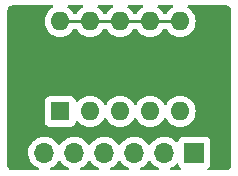
<source format=gbr>
%TF.GenerationSoftware,KiCad,Pcbnew,(6.0.9)*%
%TF.CreationDate,2023-08-06T15:37:21+02:00*%
%TF.ProjectId,dipswitch-plate,64697073-7769-4746-9368-2d706c617465,rev?*%
%TF.SameCoordinates,Original*%
%TF.FileFunction,Copper,L1,Top*%
%TF.FilePolarity,Positive*%
%FSLAX46Y46*%
G04 Gerber Fmt 4.6, Leading zero omitted, Abs format (unit mm)*
G04 Created by KiCad (PCBNEW (6.0.9)) date 2023-08-06 15:37:21*
%MOMM*%
%LPD*%
G01*
G04 APERTURE LIST*
%TA.AperFunction,ComponentPad*%
%ADD10O,1.600000X1.600000*%
%TD*%
%TA.AperFunction,ComponentPad*%
%ADD11R,1.600000X1.600000*%
%TD*%
%TA.AperFunction,ComponentPad*%
%ADD12O,1.700000X1.700000*%
%TD*%
%TA.AperFunction,ComponentPad*%
%ADD13R,1.700000X1.700000*%
%TD*%
%TA.AperFunction,Conductor*%
%ADD14C,0.250000*%
%TD*%
G04 APERTURE END LIST*
D10*
%TO.P,SW1,10*%
%TO.N,VCC*%
X24026000Y-19874350D03*
%TO.P,SW1,5*%
%TO.N,Net-(J1-Pad2)*%
X34186000Y-27494350D03*
%TO.P,SW1,9*%
%TO.N,VCC*%
X26566000Y-19874350D03*
%TO.P,SW1,4*%
%TO.N,Net-(J1-Pad3)*%
X31646000Y-27494350D03*
%TO.P,SW1,8*%
%TO.N,VCC*%
X29106000Y-19874350D03*
%TO.P,SW1,3*%
%TO.N,Net-(J1-Pad4)*%
X29106000Y-27494350D03*
%TO.P,SW1,7*%
%TO.N,VCC*%
X31646000Y-19874350D03*
%TO.P,SW1,2*%
%TO.N,Net-(J1-Pad5)*%
X26566000Y-27494350D03*
%TO.P,SW1,6*%
%TO.N,VCC*%
X34186000Y-19874350D03*
D11*
%TO.P,SW1,1*%
%TO.N,Net-(J1-Pad6)*%
X24026000Y-27494350D03*
%TD*%
D12*
%TO.P,J1,6*%
%TO.N,Net-(J1-Pad6)*%
X22676000Y-30994350D03*
%TO.P,J1,5*%
%TO.N,Net-(J1-Pad5)*%
X25216000Y-30994350D03*
%TO.P,J1,4*%
%TO.N,Net-(J1-Pad4)*%
X27756000Y-30994350D03*
%TO.P,J1,3*%
%TO.N,Net-(J1-Pad3)*%
X30296000Y-30994350D03*
%TO.P,J1,2*%
%TO.N,Net-(J1-Pad2)*%
X32836000Y-30994350D03*
D13*
%TO.P,J1,1*%
%TO.N,VCC*%
X35376000Y-30994350D03*
%TD*%
D14*
%TO.N,VCC*%
X26566000Y-19874350D02*
X24026000Y-19874350D01*
X29106000Y-19874350D02*
X26566000Y-19874350D01*
X31646000Y-19874350D02*
X29106000Y-19874350D01*
X34186000Y-19874350D02*
X31646000Y-19874350D01*
%TD*%
%TA.AperFunction,NonConductor*%
G36*
X25913352Y-18522852D02*
G01*
X25959845Y-18576508D01*
X25969949Y-18646782D01*
X25940455Y-18711362D01*
X25910089Y-18736436D01*
X25909251Y-18736827D01*
X25904744Y-18739983D01*
X25904742Y-18739984D01*
X25726211Y-18864993D01*
X25726208Y-18864995D01*
X25721700Y-18868152D01*
X25559802Y-19030050D01*
X25556645Y-19034558D01*
X25556643Y-19034561D01*
X25449819Y-19187121D01*
X25394362Y-19231449D01*
X25346606Y-19240850D01*
X25245394Y-19240850D01*
X25177273Y-19220848D01*
X25142181Y-19187121D01*
X25035357Y-19034561D01*
X25035355Y-19034558D01*
X25032198Y-19030050D01*
X24870300Y-18868152D01*
X24865792Y-18864995D01*
X24865789Y-18864993D01*
X24687258Y-18739984D01*
X24687256Y-18739983D01*
X24682749Y-18736827D01*
X24682621Y-18736767D01*
X24634774Y-18686584D01*
X24621340Y-18616870D01*
X24647728Y-18550959D01*
X24705561Y-18509779D01*
X24746769Y-18502850D01*
X25845231Y-18502850D01*
X25913352Y-18522852D01*
G37*
%TD.AperFunction*%
%TA.AperFunction,NonConductor*%
G36*
X28453352Y-18522852D02*
G01*
X28499845Y-18576508D01*
X28509949Y-18646782D01*
X28480455Y-18711362D01*
X28450089Y-18736436D01*
X28449251Y-18736827D01*
X28444744Y-18739983D01*
X28444742Y-18739984D01*
X28266211Y-18864993D01*
X28266208Y-18864995D01*
X28261700Y-18868152D01*
X28099802Y-19030050D01*
X28096645Y-19034558D01*
X28096643Y-19034561D01*
X27989819Y-19187121D01*
X27934362Y-19231449D01*
X27886606Y-19240850D01*
X27785394Y-19240850D01*
X27717273Y-19220848D01*
X27682181Y-19187121D01*
X27575357Y-19034561D01*
X27575355Y-19034558D01*
X27572198Y-19030050D01*
X27410300Y-18868152D01*
X27405792Y-18864995D01*
X27405789Y-18864993D01*
X27227258Y-18739984D01*
X27227256Y-18739983D01*
X27222749Y-18736827D01*
X27222621Y-18736767D01*
X27174774Y-18686584D01*
X27161340Y-18616870D01*
X27187728Y-18550959D01*
X27245561Y-18509779D01*
X27286769Y-18502850D01*
X28385231Y-18502850D01*
X28453352Y-18522852D01*
G37*
%TD.AperFunction*%
%TA.AperFunction,NonConductor*%
G36*
X30993352Y-18522852D02*
G01*
X31039845Y-18576508D01*
X31049949Y-18646782D01*
X31020455Y-18711362D01*
X30990089Y-18736436D01*
X30989251Y-18736827D01*
X30984744Y-18739983D01*
X30984742Y-18739984D01*
X30806211Y-18864993D01*
X30806208Y-18864995D01*
X30801700Y-18868152D01*
X30639802Y-19030050D01*
X30636645Y-19034558D01*
X30636643Y-19034561D01*
X30529819Y-19187121D01*
X30474362Y-19231449D01*
X30426606Y-19240850D01*
X30325394Y-19240850D01*
X30257273Y-19220848D01*
X30222181Y-19187121D01*
X30115357Y-19034561D01*
X30115355Y-19034558D01*
X30112198Y-19030050D01*
X29950300Y-18868152D01*
X29945792Y-18864995D01*
X29945789Y-18864993D01*
X29767258Y-18739984D01*
X29767256Y-18739983D01*
X29762749Y-18736827D01*
X29762621Y-18736767D01*
X29714774Y-18686584D01*
X29701340Y-18616870D01*
X29727728Y-18550959D01*
X29785561Y-18509779D01*
X29826769Y-18502850D01*
X30925231Y-18502850D01*
X30993352Y-18522852D01*
G37*
%TD.AperFunction*%
%TA.AperFunction,NonConductor*%
G36*
X33533352Y-18522852D02*
G01*
X33579845Y-18576508D01*
X33589949Y-18646782D01*
X33560455Y-18711362D01*
X33530089Y-18736436D01*
X33529251Y-18736827D01*
X33524744Y-18739983D01*
X33524742Y-18739984D01*
X33346211Y-18864993D01*
X33346208Y-18864995D01*
X33341700Y-18868152D01*
X33179802Y-19030050D01*
X33176645Y-19034558D01*
X33176643Y-19034561D01*
X33069819Y-19187121D01*
X33014362Y-19231449D01*
X32966606Y-19240850D01*
X32865394Y-19240850D01*
X32797273Y-19220848D01*
X32762181Y-19187121D01*
X32655357Y-19034561D01*
X32655355Y-19034558D01*
X32652198Y-19030050D01*
X32490300Y-18868152D01*
X32485792Y-18864995D01*
X32485789Y-18864993D01*
X32307258Y-18739984D01*
X32307256Y-18739983D01*
X32302749Y-18736827D01*
X32302621Y-18736767D01*
X32254774Y-18686584D01*
X32241340Y-18616870D01*
X32267728Y-18550959D01*
X32325561Y-18509779D01*
X32366769Y-18502850D01*
X33465231Y-18502850D01*
X33533352Y-18522852D01*
G37*
%TD.AperFunction*%
%TA.AperFunction,NonConductor*%
G36*
X33957268Y-31898942D02*
G01*
X34014030Y-31941588D01*
X34031012Y-31972691D01*
X34053201Y-32031879D01*
X34075385Y-32091055D01*
X34162739Y-32207611D01*
X34169919Y-32212992D01*
X34169920Y-32212993D01*
X34231339Y-32259024D01*
X34273854Y-32315883D01*
X34278880Y-32386702D01*
X34244820Y-32448995D01*
X34182489Y-32482985D01*
X34155774Y-32485850D01*
X33423160Y-32485850D01*
X33355039Y-32465848D01*
X33308546Y-32412192D01*
X33298442Y-32341918D01*
X33327936Y-32277338D01*
X33367728Y-32246699D01*
X33529346Y-32167523D01*
X33533994Y-32165246D01*
X33715860Y-32035523D01*
X33824091Y-31927669D01*
X33886462Y-31893754D01*
X33957268Y-31898942D01*
G37*
%TD.AperFunction*%
%TA.AperFunction,NonConductor*%
G36*
X31648026Y-31669494D02*
G01*
X31675875Y-31701344D01*
X31735987Y-31799438D01*
X31882250Y-31968288D01*
X32054126Y-32110982D01*
X32247000Y-32223688D01*
X32251825Y-32225530D01*
X32251826Y-32225531D01*
X32295321Y-32242140D01*
X32351824Y-32285128D01*
X32376117Y-32351839D01*
X32360487Y-32421093D01*
X32309896Y-32470904D01*
X32250372Y-32485850D01*
X30883160Y-32485850D01*
X30815039Y-32465848D01*
X30768546Y-32412192D01*
X30758442Y-32341918D01*
X30787936Y-32277338D01*
X30827728Y-32246699D01*
X30989346Y-32167523D01*
X30993994Y-32165246D01*
X31175860Y-32035523D01*
X31214400Y-31997118D01*
X31270124Y-31941588D01*
X31334096Y-31877839D01*
X31393594Y-31795039D01*
X31464453Y-31696427D01*
X31465776Y-31697378D01*
X31512645Y-31654207D01*
X31582580Y-31641975D01*
X31648026Y-31669494D01*
G37*
%TD.AperFunction*%
%TA.AperFunction,NonConductor*%
G36*
X29108026Y-31669494D02*
G01*
X29135875Y-31701344D01*
X29195987Y-31799438D01*
X29342250Y-31968288D01*
X29514126Y-32110982D01*
X29707000Y-32223688D01*
X29711825Y-32225530D01*
X29711826Y-32225531D01*
X29755321Y-32242140D01*
X29811824Y-32285128D01*
X29836117Y-32351839D01*
X29820487Y-32421093D01*
X29769896Y-32470904D01*
X29710372Y-32485850D01*
X28343160Y-32485850D01*
X28275039Y-32465848D01*
X28228546Y-32412192D01*
X28218442Y-32341918D01*
X28247936Y-32277338D01*
X28287728Y-32246699D01*
X28449346Y-32167523D01*
X28453994Y-32165246D01*
X28635860Y-32035523D01*
X28674400Y-31997118D01*
X28730124Y-31941588D01*
X28794096Y-31877839D01*
X28853594Y-31795039D01*
X28924453Y-31696427D01*
X28925776Y-31697378D01*
X28972645Y-31654207D01*
X29042580Y-31641975D01*
X29108026Y-31669494D01*
G37*
%TD.AperFunction*%
%TA.AperFunction,NonConductor*%
G36*
X26568026Y-31669494D02*
G01*
X26595875Y-31701344D01*
X26655987Y-31799438D01*
X26802250Y-31968288D01*
X26974126Y-32110982D01*
X27167000Y-32223688D01*
X27171825Y-32225530D01*
X27171826Y-32225531D01*
X27215321Y-32242140D01*
X27271824Y-32285128D01*
X27296117Y-32351839D01*
X27280487Y-32421093D01*
X27229896Y-32470904D01*
X27170372Y-32485850D01*
X25803160Y-32485850D01*
X25735039Y-32465848D01*
X25688546Y-32412192D01*
X25678442Y-32341918D01*
X25707936Y-32277338D01*
X25747728Y-32246699D01*
X25909346Y-32167523D01*
X25913994Y-32165246D01*
X26095860Y-32035523D01*
X26134400Y-31997118D01*
X26190124Y-31941588D01*
X26254096Y-31877839D01*
X26313594Y-31795039D01*
X26384453Y-31696427D01*
X26385776Y-31697378D01*
X26432645Y-31654207D01*
X26502580Y-31641975D01*
X26568026Y-31669494D01*
G37*
%TD.AperFunction*%
%TA.AperFunction,NonConductor*%
G36*
X24028026Y-31669494D02*
G01*
X24055875Y-31701344D01*
X24115987Y-31799438D01*
X24262250Y-31968288D01*
X24434126Y-32110982D01*
X24627000Y-32223688D01*
X24631825Y-32225530D01*
X24631826Y-32225531D01*
X24675321Y-32242140D01*
X24731824Y-32285128D01*
X24756117Y-32351839D01*
X24740487Y-32421093D01*
X24689896Y-32470904D01*
X24630372Y-32485850D01*
X23263160Y-32485850D01*
X23195039Y-32465848D01*
X23148546Y-32412192D01*
X23138442Y-32341918D01*
X23167936Y-32277338D01*
X23207728Y-32246699D01*
X23369346Y-32167523D01*
X23373994Y-32165246D01*
X23555860Y-32035523D01*
X23594400Y-31997118D01*
X23650124Y-31941588D01*
X23714096Y-31877839D01*
X23773594Y-31795039D01*
X23844453Y-31696427D01*
X23845776Y-31697378D01*
X23892645Y-31654207D01*
X23962580Y-31641975D01*
X24028026Y-31669494D01*
G37*
%TD.AperFunction*%
%TA.AperFunction,NonConductor*%
G36*
X23373352Y-18522852D02*
G01*
X23419845Y-18576508D01*
X23429949Y-18646782D01*
X23400455Y-18711362D01*
X23370089Y-18736436D01*
X23369251Y-18736827D01*
X23364744Y-18739983D01*
X23364742Y-18739984D01*
X23186211Y-18864993D01*
X23186208Y-18864995D01*
X23181700Y-18868152D01*
X23019802Y-19030050D01*
X23016645Y-19034558D01*
X23016643Y-19034561D01*
X23007513Y-19047600D01*
X22888477Y-19217601D01*
X22886154Y-19222583D01*
X22886151Y-19222588D01*
X22794039Y-19420125D01*
X22791716Y-19425107D01*
X22732457Y-19646263D01*
X22712502Y-19874350D01*
X22732457Y-20102437D01*
X22791716Y-20323593D01*
X22794039Y-20328574D01*
X22794039Y-20328575D01*
X22886151Y-20526112D01*
X22886154Y-20526117D01*
X22888477Y-20531099D01*
X23019802Y-20718650D01*
X23181700Y-20880548D01*
X23186208Y-20883705D01*
X23186211Y-20883707D01*
X23264389Y-20938448D01*
X23369251Y-21011873D01*
X23374233Y-21014196D01*
X23374238Y-21014199D01*
X23571775Y-21106311D01*
X23576757Y-21108634D01*
X23582065Y-21110056D01*
X23582067Y-21110057D01*
X23792598Y-21166469D01*
X23792600Y-21166469D01*
X23797913Y-21167893D01*
X24026000Y-21187848D01*
X24254087Y-21167893D01*
X24259400Y-21166469D01*
X24259402Y-21166469D01*
X24469933Y-21110057D01*
X24469935Y-21110056D01*
X24475243Y-21108634D01*
X24480225Y-21106311D01*
X24677762Y-21014199D01*
X24677767Y-21014196D01*
X24682749Y-21011873D01*
X24787611Y-20938448D01*
X24865789Y-20883707D01*
X24865792Y-20883705D01*
X24870300Y-20880548D01*
X25032198Y-20718650D01*
X25142181Y-20561579D01*
X25197638Y-20517251D01*
X25245394Y-20507850D01*
X25346606Y-20507850D01*
X25414727Y-20527852D01*
X25449819Y-20561579D01*
X25559802Y-20718650D01*
X25721700Y-20880548D01*
X25726208Y-20883705D01*
X25726211Y-20883707D01*
X25804389Y-20938448D01*
X25909251Y-21011873D01*
X25914233Y-21014196D01*
X25914238Y-21014199D01*
X26111775Y-21106311D01*
X26116757Y-21108634D01*
X26122065Y-21110056D01*
X26122067Y-21110057D01*
X26332598Y-21166469D01*
X26332600Y-21166469D01*
X26337913Y-21167893D01*
X26566000Y-21187848D01*
X26794087Y-21167893D01*
X26799400Y-21166469D01*
X26799402Y-21166469D01*
X27009933Y-21110057D01*
X27009935Y-21110056D01*
X27015243Y-21108634D01*
X27020225Y-21106311D01*
X27217762Y-21014199D01*
X27217767Y-21014196D01*
X27222749Y-21011873D01*
X27327611Y-20938448D01*
X27405789Y-20883707D01*
X27405792Y-20883705D01*
X27410300Y-20880548D01*
X27572198Y-20718650D01*
X27682181Y-20561579D01*
X27737638Y-20517251D01*
X27785394Y-20507850D01*
X27886606Y-20507850D01*
X27954727Y-20527852D01*
X27989819Y-20561579D01*
X28099802Y-20718650D01*
X28261700Y-20880548D01*
X28266208Y-20883705D01*
X28266211Y-20883707D01*
X28344389Y-20938448D01*
X28449251Y-21011873D01*
X28454233Y-21014196D01*
X28454238Y-21014199D01*
X28651775Y-21106311D01*
X28656757Y-21108634D01*
X28662065Y-21110056D01*
X28662067Y-21110057D01*
X28872598Y-21166469D01*
X28872600Y-21166469D01*
X28877913Y-21167893D01*
X29106000Y-21187848D01*
X29334087Y-21167893D01*
X29339400Y-21166469D01*
X29339402Y-21166469D01*
X29549933Y-21110057D01*
X29549935Y-21110056D01*
X29555243Y-21108634D01*
X29560225Y-21106311D01*
X29757762Y-21014199D01*
X29757767Y-21014196D01*
X29762749Y-21011873D01*
X29867611Y-20938448D01*
X29945789Y-20883707D01*
X29945792Y-20883705D01*
X29950300Y-20880548D01*
X30112198Y-20718650D01*
X30222181Y-20561579D01*
X30277638Y-20517251D01*
X30325394Y-20507850D01*
X30426606Y-20507850D01*
X30494727Y-20527852D01*
X30529819Y-20561579D01*
X30639802Y-20718650D01*
X30801700Y-20880548D01*
X30806208Y-20883705D01*
X30806211Y-20883707D01*
X30884389Y-20938448D01*
X30989251Y-21011873D01*
X30994233Y-21014196D01*
X30994238Y-21014199D01*
X31191775Y-21106311D01*
X31196757Y-21108634D01*
X31202065Y-21110056D01*
X31202067Y-21110057D01*
X31412598Y-21166469D01*
X31412600Y-21166469D01*
X31417913Y-21167893D01*
X31646000Y-21187848D01*
X31874087Y-21167893D01*
X31879400Y-21166469D01*
X31879402Y-21166469D01*
X32089933Y-21110057D01*
X32089935Y-21110056D01*
X32095243Y-21108634D01*
X32100225Y-21106311D01*
X32297762Y-21014199D01*
X32297767Y-21014196D01*
X32302749Y-21011873D01*
X32407611Y-20938448D01*
X32485789Y-20883707D01*
X32485792Y-20883705D01*
X32490300Y-20880548D01*
X32652198Y-20718650D01*
X32762181Y-20561579D01*
X32817638Y-20517251D01*
X32865394Y-20507850D01*
X32966606Y-20507850D01*
X33034727Y-20527852D01*
X33069819Y-20561579D01*
X33179802Y-20718650D01*
X33341700Y-20880548D01*
X33346208Y-20883705D01*
X33346211Y-20883707D01*
X33424389Y-20938448D01*
X33529251Y-21011873D01*
X33534233Y-21014196D01*
X33534238Y-21014199D01*
X33731775Y-21106311D01*
X33736757Y-21108634D01*
X33742065Y-21110056D01*
X33742067Y-21110057D01*
X33952598Y-21166469D01*
X33952600Y-21166469D01*
X33957913Y-21167893D01*
X34186000Y-21187848D01*
X34414087Y-21167893D01*
X34419400Y-21166469D01*
X34419402Y-21166469D01*
X34629933Y-21110057D01*
X34629935Y-21110056D01*
X34635243Y-21108634D01*
X34640225Y-21106311D01*
X34837762Y-21014199D01*
X34837767Y-21014196D01*
X34842749Y-21011873D01*
X34947611Y-20938448D01*
X35025789Y-20883707D01*
X35025792Y-20883705D01*
X35030300Y-20880548D01*
X35192198Y-20718650D01*
X35323523Y-20531099D01*
X35325846Y-20526117D01*
X35325849Y-20526112D01*
X35417961Y-20328575D01*
X35417961Y-20328574D01*
X35420284Y-20323593D01*
X35479543Y-20102437D01*
X35499498Y-19874350D01*
X35479543Y-19646263D01*
X35420284Y-19425107D01*
X35417961Y-19420125D01*
X35325849Y-19222588D01*
X35325846Y-19222583D01*
X35323523Y-19217601D01*
X35204487Y-19047600D01*
X35195357Y-19034561D01*
X35195355Y-19034558D01*
X35192198Y-19030050D01*
X35030300Y-18868152D01*
X35025792Y-18864995D01*
X35025789Y-18864993D01*
X34847258Y-18739984D01*
X34847256Y-18739983D01*
X34842749Y-18736827D01*
X34842621Y-18736767D01*
X34794774Y-18686584D01*
X34781340Y-18616870D01*
X34807728Y-18550959D01*
X34865561Y-18509779D01*
X34906769Y-18502850D01*
X37976633Y-18502850D01*
X37996018Y-18504350D01*
X38010852Y-18506660D01*
X38010855Y-18506660D01*
X38019724Y-18508041D01*
X38028626Y-18506877D01*
X38028750Y-18506861D01*
X38059192Y-18506590D01*
X38121253Y-18513582D01*
X38148760Y-18519861D01*
X38225844Y-18546835D01*
X38251256Y-18559074D01*
X38320399Y-18602520D01*
X38342459Y-18620113D01*
X38400202Y-18677859D01*
X38417793Y-18699919D01*
X38461236Y-18769062D01*
X38473478Y-18794485D01*
X38500445Y-18871564D01*
X38506721Y-18899065D01*
X38513014Y-18954945D01*
X38513796Y-18970580D01*
X38513691Y-18979176D01*
X38512309Y-18988048D01*
X38513473Y-18996952D01*
X38516437Y-19019628D01*
X38517500Y-19035959D01*
X38517500Y-31945001D01*
X38516001Y-31964379D01*
X38512309Y-31988100D01*
X38513473Y-31996998D01*
X38513489Y-31997118D01*
X38513762Y-32027564D01*
X38507559Y-32082647D01*
X38506771Y-32089639D01*
X38500494Y-32117146D01*
X38473522Y-32194238D01*
X38461280Y-32219661D01*
X38417832Y-32288812D01*
X38400242Y-32310871D01*
X38383396Y-32327718D01*
X38342490Y-32368626D01*
X38320436Y-32386215D01*
X38266023Y-32420406D01*
X38251280Y-32429670D01*
X38225859Y-32441912D01*
X38148774Y-32468886D01*
X38121267Y-32475165D01*
X38065961Y-32481397D01*
X38050134Y-32481064D01*
X38050121Y-32482150D01*
X38041148Y-32482040D01*
X38032276Y-32480659D01*
X38023374Y-32481823D01*
X38023372Y-32481823D01*
X38008323Y-32483791D01*
X38000714Y-32484786D01*
X37984379Y-32485850D01*
X36596226Y-32485850D01*
X36528105Y-32465848D01*
X36481612Y-32412192D01*
X36471508Y-32341918D01*
X36501002Y-32277338D01*
X36520661Y-32259024D01*
X36582080Y-32212993D01*
X36582081Y-32212992D01*
X36589261Y-32207611D01*
X36676615Y-32091055D01*
X36727745Y-31954666D01*
X36734500Y-31892484D01*
X36734500Y-30096216D01*
X36727745Y-30034034D01*
X36676615Y-29897645D01*
X36589261Y-29781089D01*
X36472705Y-29693735D01*
X36336316Y-29642605D01*
X36274134Y-29635850D01*
X34477866Y-29635850D01*
X34415684Y-29642605D01*
X34279295Y-29693735D01*
X34162739Y-29781089D01*
X34075385Y-29897645D01*
X34072233Y-29906053D01*
X34030919Y-30016257D01*
X33988277Y-30073021D01*
X33921716Y-30097721D01*
X33852367Y-30082513D01*
X33819743Y-30056826D01*
X33769151Y-30001225D01*
X33769142Y-30001216D01*
X33765670Y-29997401D01*
X33761619Y-29994202D01*
X33761615Y-29994198D01*
X33594414Y-29862150D01*
X33594410Y-29862148D01*
X33590359Y-29858948D01*
X33394789Y-29750988D01*
X33389920Y-29749264D01*
X33389916Y-29749262D01*
X33189087Y-29678145D01*
X33189083Y-29678144D01*
X33184212Y-29676419D01*
X33179119Y-29675512D01*
X33179116Y-29675511D01*
X32969373Y-29638150D01*
X32969367Y-29638149D01*
X32964284Y-29637244D01*
X32890452Y-29636342D01*
X32746081Y-29634578D01*
X32746079Y-29634578D01*
X32740911Y-29634515D01*
X32520091Y-29668305D01*
X32307756Y-29737707D01*
X32109607Y-29840857D01*
X32105474Y-29843960D01*
X32105471Y-29843962D01*
X31935100Y-29971880D01*
X31930965Y-29974985D01*
X31891525Y-30016257D01*
X31837280Y-30073021D01*
X31776629Y-30136488D01*
X31669201Y-30293971D01*
X31614293Y-30338971D01*
X31543768Y-30347142D01*
X31480021Y-30315888D01*
X31459324Y-30291404D01*
X31378822Y-30166967D01*
X31378820Y-30166964D01*
X31376014Y-30162627D01*
X31225670Y-29997401D01*
X31221619Y-29994202D01*
X31221615Y-29994198D01*
X31054414Y-29862150D01*
X31054410Y-29862148D01*
X31050359Y-29858948D01*
X30854789Y-29750988D01*
X30849920Y-29749264D01*
X30849916Y-29749262D01*
X30649087Y-29678145D01*
X30649083Y-29678144D01*
X30644212Y-29676419D01*
X30639119Y-29675512D01*
X30639116Y-29675511D01*
X30429373Y-29638150D01*
X30429367Y-29638149D01*
X30424284Y-29637244D01*
X30350452Y-29636342D01*
X30206081Y-29634578D01*
X30206079Y-29634578D01*
X30200911Y-29634515D01*
X29980091Y-29668305D01*
X29767756Y-29737707D01*
X29569607Y-29840857D01*
X29565474Y-29843960D01*
X29565471Y-29843962D01*
X29395100Y-29971880D01*
X29390965Y-29974985D01*
X29351525Y-30016257D01*
X29297280Y-30073021D01*
X29236629Y-30136488D01*
X29129201Y-30293971D01*
X29074293Y-30338971D01*
X29003768Y-30347142D01*
X28940021Y-30315888D01*
X28919324Y-30291404D01*
X28838822Y-30166967D01*
X28838820Y-30166964D01*
X28836014Y-30162627D01*
X28685670Y-29997401D01*
X28681619Y-29994202D01*
X28681615Y-29994198D01*
X28514414Y-29862150D01*
X28514410Y-29862148D01*
X28510359Y-29858948D01*
X28314789Y-29750988D01*
X28309920Y-29749264D01*
X28309916Y-29749262D01*
X28109087Y-29678145D01*
X28109083Y-29678144D01*
X28104212Y-29676419D01*
X28099119Y-29675512D01*
X28099116Y-29675511D01*
X27889373Y-29638150D01*
X27889367Y-29638149D01*
X27884284Y-29637244D01*
X27810452Y-29636342D01*
X27666081Y-29634578D01*
X27666079Y-29634578D01*
X27660911Y-29634515D01*
X27440091Y-29668305D01*
X27227756Y-29737707D01*
X27029607Y-29840857D01*
X27025474Y-29843960D01*
X27025471Y-29843962D01*
X26855100Y-29971880D01*
X26850965Y-29974985D01*
X26811525Y-30016257D01*
X26757280Y-30073021D01*
X26696629Y-30136488D01*
X26589201Y-30293971D01*
X26534293Y-30338971D01*
X26463768Y-30347142D01*
X26400021Y-30315888D01*
X26379324Y-30291404D01*
X26298822Y-30166967D01*
X26298820Y-30166964D01*
X26296014Y-30162627D01*
X26145670Y-29997401D01*
X26141619Y-29994202D01*
X26141615Y-29994198D01*
X25974414Y-29862150D01*
X25974410Y-29862148D01*
X25970359Y-29858948D01*
X25774789Y-29750988D01*
X25769920Y-29749264D01*
X25769916Y-29749262D01*
X25569087Y-29678145D01*
X25569083Y-29678144D01*
X25564212Y-29676419D01*
X25559119Y-29675512D01*
X25559116Y-29675511D01*
X25349373Y-29638150D01*
X25349367Y-29638149D01*
X25344284Y-29637244D01*
X25270452Y-29636342D01*
X25126081Y-29634578D01*
X25126079Y-29634578D01*
X25120911Y-29634515D01*
X24900091Y-29668305D01*
X24687756Y-29737707D01*
X24489607Y-29840857D01*
X24485474Y-29843960D01*
X24485471Y-29843962D01*
X24315100Y-29971880D01*
X24310965Y-29974985D01*
X24271525Y-30016257D01*
X24217280Y-30073021D01*
X24156629Y-30136488D01*
X24049201Y-30293971D01*
X23994293Y-30338971D01*
X23923768Y-30347142D01*
X23860021Y-30315888D01*
X23839324Y-30291404D01*
X23758822Y-30166967D01*
X23758820Y-30166964D01*
X23756014Y-30162627D01*
X23605670Y-29997401D01*
X23601619Y-29994202D01*
X23601615Y-29994198D01*
X23434414Y-29862150D01*
X23434410Y-29862148D01*
X23430359Y-29858948D01*
X23234789Y-29750988D01*
X23229920Y-29749264D01*
X23229916Y-29749262D01*
X23029087Y-29678145D01*
X23029083Y-29678144D01*
X23024212Y-29676419D01*
X23019119Y-29675512D01*
X23019116Y-29675511D01*
X22809373Y-29638150D01*
X22809367Y-29638149D01*
X22804284Y-29637244D01*
X22730452Y-29636342D01*
X22586081Y-29634578D01*
X22586079Y-29634578D01*
X22580911Y-29634515D01*
X22360091Y-29668305D01*
X22147756Y-29737707D01*
X21949607Y-29840857D01*
X21945474Y-29843960D01*
X21945471Y-29843962D01*
X21775100Y-29971880D01*
X21770965Y-29974985D01*
X21731525Y-30016257D01*
X21677280Y-30073021D01*
X21616629Y-30136488D01*
X21490743Y-30321030D01*
X21396688Y-30523655D01*
X21336989Y-30738920D01*
X21313251Y-30961045D01*
X21326110Y-31184065D01*
X21327247Y-31189111D01*
X21327248Y-31189117D01*
X21351304Y-31295858D01*
X21375222Y-31401989D01*
X21459266Y-31608966D01*
X21496685Y-31670028D01*
X21573291Y-31795038D01*
X21575987Y-31799438D01*
X21722250Y-31968288D01*
X21894126Y-32110982D01*
X22087000Y-32223688D01*
X22091825Y-32225530D01*
X22091826Y-32225531D01*
X22135321Y-32242140D01*
X22191824Y-32285128D01*
X22216117Y-32351839D01*
X22200487Y-32421093D01*
X22149896Y-32470904D01*
X22090372Y-32485850D01*
X20075367Y-32485850D01*
X20055982Y-32484350D01*
X20041148Y-32482040D01*
X20041145Y-32482040D01*
X20032276Y-32480659D01*
X20023374Y-32481823D01*
X20023250Y-32481839D01*
X19992808Y-32482110D01*
X19930747Y-32475118D01*
X19903239Y-32468839D01*
X19846531Y-32448995D01*
X19826156Y-32441865D01*
X19800744Y-32429626D01*
X19731600Y-32386179D01*
X19709541Y-32368587D01*
X19651798Y-32310841D01*
X19634207Y-32288781D01*
X19591671Y-32221081D01*
X19590763Y-32219635D01*
X19578522Y-32194215D01*
X19569184Y-32167523D01*
X19551555Y-32117136D01*
X19545279Y-32089635D01*
X19538986Y-32033755D01*
X19538204Y-32018120D01*
X19538309Y-32009524D01*
X19539691Y-32000652D01*
X19535563Y-31969072D01*
X19534500Y-31952741D01*
X19534500Y-28342484D01*
X22717500Y-28342484D01*
X22724255Y-28404666D01*
X22775385Y-28541055D01*
X22862739Y-28657611D01*
X22979295Y-28744965D01*
X23115684Y-28796095D01*
X23177866Y-28802850D01*
X24874134Y-28802850D01*
X24936316Y-28796095D01*
X25072705Y-28744965D01*
X25189261Y-28657611D01*
X25276615Y-28541055D01*
X25327745Y-28404666D01*
X25328917Y-28393876D01*
X25329803Y-28391744D01*
X25330425Y-28389128D01*
X25330848Y-28389229D01*
X25356155Y-28328315D01*
X25414517Y-28287887D01*
X25485471Y-28285428D01*
X25546490Y-28321721D01*
X25553489Y-28330381D01*
X25556643Y-28334139D01*
X25559802Y-28338650D01*
X25721700Y-28500548D01*
X25726208Y-28503705D01*
X25726211Y-28503707D01*
X25767542Y-28532647D01*
X25909251Y-28631873D01*
X25914233Y-28634196D01*
X25914238Y-28634199D01*
X26111775Y-28726311D01*
X26116757Y-28728634D01*
X26122065Y-28730056D01*
X26122067Y-28730057D01*
X26332598Y-28786469D01*
X26332600Y-28786469D01*
X26337913Y-28787893D01*
X26566000Y-28807848D01*
X26794087Y-28787893D01*
X26799400Y-28786469D01*
X26799402Y-28786469D01*
X27009933Y-28730057D01*
X27009935Y-28730056D01*
X27015243Y-28728634D01*
X27020225Y-28726311D01*
X27217762Y-28634199D01*
X27217767Y-28634196D01*
X27222749Y-28631873D01*
X27364458Y-28532647D01*
X27405789Y-28503707D01*
X27405792Y-28503705D01*
X27410300Y-28500548D01*
X27572198Y-28338650D01*
X27703523Y-28151099D01*
X27705846Y-28146117D01*
X27705849Y-28146112D01*
X27721805Y-28111893D01*
X27768722Y-28058608D01*
X27836999Y-28039147D01*
X27904959Y-28059689D01*
X27950195Y-28111893D01*
X27966151Y-28146112D01*
X27966154Y-28146117D01*
X27968477Y-28151099D01*
X28099802Y-28338650D01*
X28261700Y-28500548D01*
X28266208Y-28503705D01*
X28266211Y-28503707D01*
X28307542Y-28532647D01*
X28449251Y-28631873D01*
X28454233Y-28634196D01*
X28454238Y-28634199D01*
X28651775Y-28726311D01*
X28656757Y-28728634D01*
X28662065Y-28730056D01*
X28662067Y-28730057D01*
X28872598Y-28786469D01*
X28872600Y-28786469D01*
X28877913Y-28787893D01*
X29106000Y-28807848D01*
X29334087Y-28787893D01*
X29339400Y-28786469D01*
X29339402Y-28786469D01*
X29549933Y-28730057D01*
X29549935Y-28730056D01*
X29555243Y-28728634D01*
X29560225Y-28726311D01*
X29757762Y-28634199D01*
X29757767Y-28634196D01*
X29762749Y-28631873D01*
X29904458Y-28532647D01*
X29945789Y-28503707D01*
X29945792Y-28503705D01*
X29950300Y-28500548D01*
X30112198Y-28338650D01*
X30243523Y-28151099D01*
X30245846Y-28146117D01*
X30245849Y-28146112D01*
X30261805Y-28111893D01*
X30308722Y-28058608D01*
X30376999Y-28039147D01*
X30444959Y-28059689D01*
X30490195Y-28111893D01*
X30506151Y-28146112D01*
X30506154Y-28146117D01*
X30508477Y-28151099D01*
X30639802Y-28338650D01*
X30801700Y-28500548D01*
X30806208Y-28503705D01*
X30806211Y-28503707D01*
X30847542Y-28532647D01*
X30989251Y-28631873D01*
X30994233Y-28634196D01*
X30994238Y-28634199D01*
X31191775Y-28726311D01*
X31196757Y-28728634D01*
X31202065Y-28730056D01*
X31202067Y-28730057D01*
X31412598Y-28786469D01*
X31412600Y-28786469D01*
X31417913Y-28787893D01*
X31646000Y-28807848D01*
X31874087Y-28787893D01*
X31879400Y-28786469D01*
X31879402Y-28786469D01*
X32089933Y-28730057D01*
X32089935Y-28730056D01*
X32095243Y-28728634D01*
X32100225Y-28726311D01*
X32297762Y-28634199D01*
X32297767Y-28634196D01*
X32302749Y-28631873D01*
X32444458Y-28532647D01*
X32485789Y-28503707D01*
X32485792Y-28503705D01*
X32490300Y-28500548D01*
X32652198Y-28338650D01*
X32783523Y-28151099D01*
X32785846Y-28146117D01*
X32785849Y-28146112D01*
X32801805Y-28111893D01*
X32848722Y-28058608D01*
X32916999Y-28039147D01*
X32984959Y-28059689D01*
X33030195Y-28111893D01*
X33046151Y-28146112D01*
X33046154Y-28146117D01*
X33048477Y-28151099D01*
X33179802Y-28338650D01*
X33341700Y-28500548D01*
X33346208Y-28503705D01*
X33346211Y-28503707D01*
X33387542Y-28532647D01*
X33529251Y-28631873D01*
X33534233Y-28634196D01*
X33534238Y-28634199D01*
X33731775Y-28726311D01*
X33736757Y-28728634D01*
X33742065Y-28730056D01*
X33742067Y-28730057D01*
X33952598Y-28786469D01*
X33952600Y-28786469D01*
X33957913Y-28787893D01*
X34186000Y-28807848D01*
X34414087Y-28787893D01*
X34419400Y-28786469D01*
X34419402Y-28786469D01*
X34629933Y-28730057D01*
X34629935Y-28730056D01*
X34635243Y-28728634D01*
X34640225Y-28726311D01*
X34837762Y-28634199D01*
X34837767Y-28634196D01*
X34842749Y-28631873D01*
X34984458Y-28532647D01*
X35025789Y-28503707D01*
X35025792Y-28503705D01*
X35030300Y-28500548D01*
X35192198Y-28338650D01*
X35323523Y-28151099D01*
X35325846Y-28146117D01*
X35325849Y-28146112D01*
X35417961Y-27948575D01*
X35417961Y-27948574D01*
X35420284Y-27943593D01*
X35479543Y-27722437D01*
X35499498Y-27494350D01*
X35479543Y-27266263D01*
X35420284Y-27045107D01*
X35341805Y-26876807D01*
X35325849Y-26842588D01*
X35325846Y-26842583D01*
X35323523Y-26837601D01*
X35192198Y-26650050D01*
X35030300Y-26488152D01*
X35025792Y-26484995D01*
X35025789Y-26484993D01*
X34947611Y-26430252D01*
X34842749Y-26356827D01*
X34837767Y-26354504D01*
X34837762Y-26354501D01*
X34640225Y-26262389D01*
X34640224Y-26262389D01*
X34635243Y-26260066D01*
X34629935Y-26258644D01*
X34629933Y-26258643D01*
X34419402Y-26202231D01*
X34419400Y-26202231D01*
X34414087Y-26200807D01*
X34186000Y-26180852D01*
X33957913Y-26200807D01*
X33952600Y-26202231D01*
X33952598Y-26202231D01*
X33742067Y-26258643D01*
X33742065Y-26258644D01*
X33736757Y-26260066D01*
X33731776Y-26262389D01*
X33731775Y-26262389D01*
X33534238Y-26354501D01*
X33534233Y-26354504D01*
X33529251Y-26356827D01*
X33424389Y-26430252D01*
X33346211Y-26484993D01*
X33346208Y-26484995D01*
X33341700Y-26488152D01*
X33179802Y-26650050D01*
X33048477Y-26837601D01*
X33046154Y-26842583D01*
X33046151Y-26842588D01*
X33030195Y-26876807D01*
X32983278Y-26930092D01*
X32915001Y-26949553D01*
X32847041Y-26929011D01*
X32801805Y-26876807D01*
X32785849Y-26842588D01*
X32785846Y-26842583D01*
X32783523Y-26837601D01*
X32652198Y-26650050D01*
X32490300Y-26488152D01*
X32485792Y-26484995D01*
X32485789Y-26484993D01*
X32407611Y-26430252D01*
X32302749Y-26356827D01*
X32297767Y-26354504D01*
X32297762Y-26354501D01*
X32100225Y-26262389D01*
X32100224Y-26262389D01*
X32095243Y-26260066D01*
X32089935Y-26258644D01*
X32089933Y-26258643D01*
X31879402Y-26202231D01*
X31879400Y-26202231D01*
X31874087Y-26200807D01*
X31646000Y-26180852D01*
X31417913Y-26200807D01*
X31412600Y-26202231D01*
X31412598Y-26202231D01*
X31202067Y-26258643D01*
X31202065Y-26258644D01*
X31196757Y-26260066D01*
X31191776Y-26262389D01*
X31191775Y-26262389D01*
X30994238Y-26354501D01*
X30994233Y-26354504D01*
X30989251Y-26356827D01*
X30884389Y-26430252D01*
X30806211Y-26484993D01*
X30806208Y-26484995D01*
X30801700Y-26488152D01*
X30639802Y-26650050D01*
X30508477Y-26837601D01*
X30506154Y-26842583D01*
X30506151Y-26842588D01*
X30490195Y-26876807D01*
X30443278Y-26930092D01*
X30375001Y-26949553D01*
X30307041Y-26929011D01*
X30261805Y-26876807D01*
X30245849Y-26842588D01*
X30245846Y-26842583D01*
X30243523Y-26837601D01*
X30112198Y-26650050D01*
X29950300Y-26488152D01*
X29945792Y-26484995D01*
X29945789Y-26484993D01*
X29867611Y-26430252D01*
X29762749Y-26356827D01*
X29757767Y-26354504D01*
X29757762Y-26354501D01*
X29560225Y-26262389D01*
X29560224Y-26262389D01*
X29555243Y-26260066D01*
X29549935Y-26258644D01*
X29549933Y-26258643D01*
X29339402Y-26202231D01*
X29339400Y-26202231D01*
X29334087Y-26200807D01*
X29106000Y-26180852D01*
X28877913Y-26200807D01*
X28872600Y-26202231D01*
X28872598Y-26202231D01*
X28662067Y-26258643D01*
X28662065Y-26258644D01*
X28656757Y-26260066D01*
X28651776Y-26262389D01*
X28651775Y-26262389D01*
X28454238Y-26354501D01*
X28454233Y-26354504D01*
X28449251Y-26356827D01*
X28344389Y-26430252D01*
X28266211Y-26484993D01*
X28266208Y-26484995D01*
X28261700Y-26488152D01*
X28099802Y-26650050D01*
X27968477Y-26837601D01*
X27966154Y-26842583D01*
X27966151Y-26842588D01*
X27950195Y-26876807D01*
X27903278Y-26930092D01*
X27835001Y-26949553D01*
X27767041Y-26929011D01*
X27721805Y-26876807D01*
X27705849Y-26842588D01*
X27705846Y-26842583D01*
X27703523Y-26837601D01*
X27572198Y-26650050D01*
X27410300Y-26488152D01*
X27405792Y-26484995D01*
X27405789Y-26484993D01*
X27327611Y-26430252D01*
X27222749Y-26356827D01*
X27217767Y-26354504D01*
X27217762Y-26354501D01*
X27020225Y-26262389D01*
X27020224Y-26262389D01*
X27015243Y-26260066D01*
X27009935Y-26258644D01*
X27009933Y-26258643D01*
X26799402Y-26202231D01*
X26799400Y-26202231D01*
X26794087Y-26200807D01*
X26566000Y-26180852D01*
X26337913Y-26200807D01*
X26332600Y-26202231D01*
X26332598Y-26202231D01*
X26122067Y-26258643D01*
X26122065Y-26258644D01*
X26116757Y-26260066D01*
X26111776Y-26262389D01*
X26111775Y-26262389D01*
X25914238Y-26354501D01*
X25914233Y-26354504D01*
X25909251Y-26356827D01*
X25804389Y-26430252D01*
X25726211Y-26484993D01*
X25726208Y-26484995D01*
X25721700Y-26488152D01*
X25559802Y-26650050D01*
X25556643Y-26654561D01*
X25553108Y-26658774D01*
X25551974Y-26657823D01*
X25501929Y-26697821D01*
X25431310Y-26705126D01*
X25367951Y-26673092D01*
X25331970Y-26611888D01*
X25328918Y-26594833D01*
X25327745Y-26584034D01*
X25276615Y-26447645D01*
X25189261Y-26331089D01*
X25072705Y-26243735D01*
X24936316Y-26192605D01*
X24874134Y-26185850D01*
X23177866Y-26185850D01*
X23115684Y-26192605D01*
X22979295Y-26243735D01*
X22862739Y-26331089D01*
X22775385Y-26447645D01*
X22724255Y-26584034D01*
X22717500Y-26646216D01*
X22717500Y-28342484D01*
X19534500Y-28342484D01*
X19534500Y-19047600D01*
X19536246Y-19026695D01*
X19538770Y-19011694D01*
X19538770Y-19011691D01*
X19539576Y-19006902D01*
X19539729Y-18994350D01*
X19539040Y-18989538D01*
X19538723Y-18984677D01*
X19539008Y-18984658D01*
X19538607Y-18957899D01*
X19545234Y-18899086D01*
X19551513Y-18871579D01*
X19578485Y-18794497D01*
X19590727Y-18769076D01*
X19634178Y-18699924D01*
X19651770Y-18677865D01*
X19709515Y-18620120D01*
X19731574Y-18602528D01*
X19800726Y-18559077D01*
X19826147Y-18546835D01*
X19903228Y-18519863D01*
X19930736Y-18513584D01*
X19986226Y-18507332D01*
X20001868Y-18507427D01*
X20001879Y-18506550D01*
X20010851Y-18506660D01*
X20019724Y-18508041D01*
X20028626Y-18506877D01*
X20028628Y-18506877D01*
X20043951Y-18504873D01*
X20051286Y-18503914D01*
X20067621Y-18502850D01*
X23305231Y-18502850D01*
X23373352Y-18522852D01*
G37*
%TD.AperFunction*%
M02*

</source>
